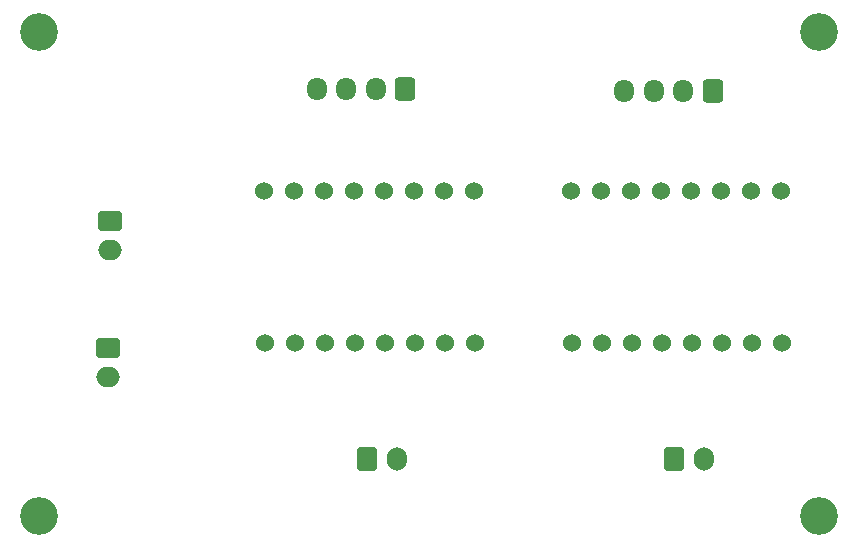
<source format=gbr>
%TF.GenerationSoftware,KiCad,Pcbnew,6.0.6-3a73a75311~116~ubuntu20.04.1*%
%TF.CreationDate,2023-06-18T00:08:06+09:00*%
%TF.ProjectId,catchrobo2023_OtherSubstrate,63617463-6872-46f6-926f-323032335f4f,rev?*%
%TF.SameCoordinates,Original*%
%TF.FileFunction,Soldermask,Top*%
%TF.FilePolarity,Negative*%
%FSLAX46Y46*%
G04 Gerber Fmt 4.6, Leading zero omitted, Abs format (unit mm)*
G04 Created by KiCad (PCBNEW 6.0.6-3a73a75311~116~ubuntu20.04.1) date 2023-06-18 00:08:06*
%MOMM*%
%LPD*%
G01*
G04 APERTURE LIST*
G04 Aperture macros list*
%AMRoundRect*
0 Rectangle with rounded corners*
0 $1 Rounding radius*
0 $2 $3 $4 $5 $6 $7 $8 $9 X,Y pos of 4 corners*
0 Add a 4 corners polygon primitive as box body*
4,1,4,$2,$3,$4,$5,$6,$7,$8,$9,$2,$3,0*
0 Add four circle primitives for the rounded corners*
1,1,$1+$1,$2,$3*
1,1,$1+$1,$4,$5*
1,1,$1+$1,$6,$7*
1,1,$1+$1,$8,$9*
0 Add four rect primitives between the rounded corners*
20,1,$1+$1,$2,$3,$4,$5,0*
20,1,$1+$1,$4,$5,$6,$7,0*
20,1,$1+$1,$6,$7,$8,$9,0*
20,1,$1+$1,$8,$9,$2,$3,0*%
G04 Aperture macros list end*
%ADD10C,3.200000*%
%ADD11C,1.524000*%
%ADD12RoundRect,0.250000X0.600000X0.725000X-0.600000X0.725000X-0.600000X-0.725000X0.600000X-0.725000X0*%
%ADD13O,1.700000X1.950000*%
%ADD14RoundRect,0.250000X-0.750000X0.600000X-0.750000X-0.600000X0.750000X-0.600000X0.750000X0.600000X0*%
%ADD15O,2.000000X1.700000*%
%ADD16RoundRect,0.250000X-0.600000X-0.750000X0.600000X-0.750000X0.600000X0.750000X-0.600000X0.750000X0*%
%ADD17O,1.700000X2.000000*%
G04 APERTURE END LIST*
D10*
%TO.C,REF\u002A\u002A*%
X3000000Y44000000D03*
%TD*%
%TO.C,REF\u002A\u002A*%
X69000000Y44000000D03*
%TD*%
D11*
%TO.C,U2*%
X22110000Y17650000D03*
X24650000Y17650000D03*
X27190000Y17650000D03*
X29730000Y17650000D03*
X32270000Y17650000D03*
X34810000Y17650000D03*
X37350000Y17650000D03*
X39890000Y17650000D03*
X39780000Y30500000D03*
X37240000Y30500000D03*
X34700000Y30500000D03*
X32160000Y30500000D03*
X29620000Y30500000D03*
X27080000Y30500000D03*
X24540000Y30500000D03*
X22000000Y30500000D03*
%TD*%
D12*
%TO.C,J5*%
X60000000Y39000000D03*
D13*
X57500000Y39000000D03*
X55000000Y39000000D03*
X52500000Y39000000D03*
%TD*%
D10*
%TO.C,REF\u002A\u002A*%
X69000000Y3000000D03*
%TD*%
D12*
%TO.C,J6*%
X34000000Y39150000D03*
D13*
X31500000Y39150000D03*
X29000000Y39150000D03*
X26500000Y39150000D03*
%TD*%
D10*
%TO.C,REF\u002A\u002A*%
X3000000Y3000000D03*
%TD*%
D14*
%TO.C,J4*%
X9000000Y28000000D03*
D15*
X9000000Y25500000D03*
%TD*%
D11*
%TO.C,U1*%
X48110000Y17650000D03*
X50650000Y17650000D03*
X53190000Y17650000D03*
X55730000Y17650000D03*
X58270000Y17650000D03*
X60810000Y17650000D03*
X63350000Y17650000D03*
X65890000Y17650000D03*
X65780000Y30500000D03*
X63240000Y30500000D03*
X60700000Y30500000D03*
X58160000Y30500000D03*
X55620000Y30500000D03*
X53080000Y30500000D03*
X50540000Y30500000D03*
X48000000Y30500000D03*
%TD*%
D14*
%TO.C,J3*%
X8850000Y17250000D03*
D15*
X8850000Y14750000D03*
%TD*%
D16*
%TO.C,J1*%
X56750000Y7850000D03*
D17*
X59250000Y7850000D03*
%TD*%
D16*
%TO.C,J2*%
X30750000Y7850000D03*
D17*
X33250000Y7850000D03*
%TD*%
M02*

</source>
